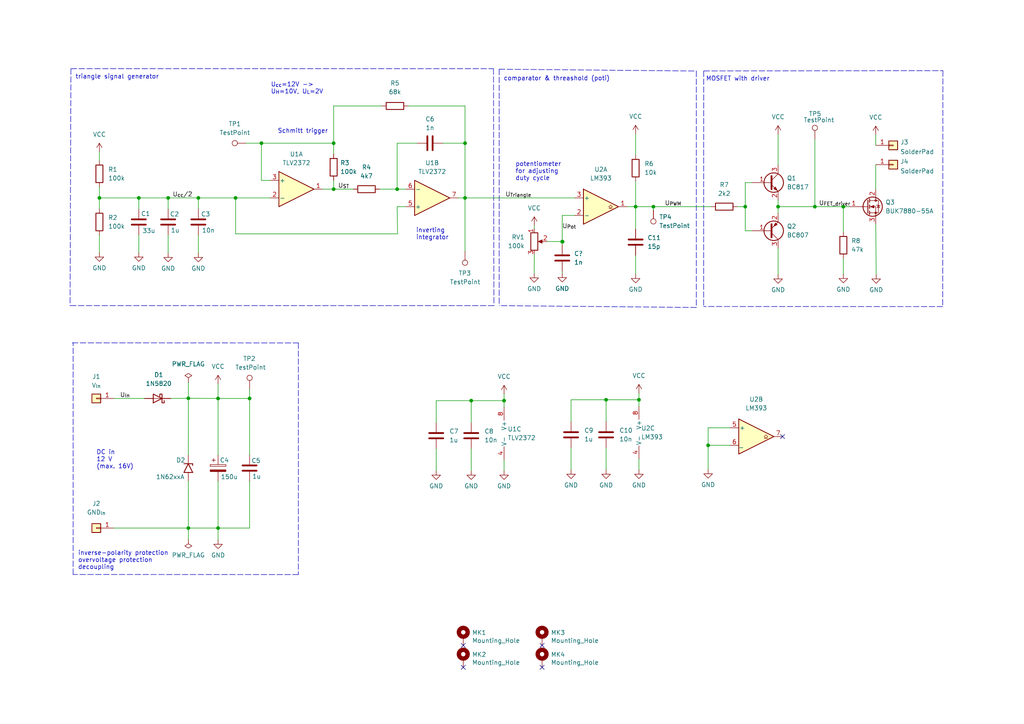
<source format=kicad_sch>
(kicad_sch (version 20211123) (generator eeschema)
  (paper "A4")
  (title_block (title "PWM power output generator") (date "2022-01-15") (rev "1.2") (comment 1 "Frank Kirschbaum") (comment 4 "PWM power output generator"))
  (lib_symbols
    (symbol "Amplifier_Operational:TLV2372" (pin_names (offset 0.127))
      (property "Reference" "U" (at 0 5.08 0))
      (property "Value" "TLV2372" (at 0 -5.08 0))
      (symbol "TLV2372_1_1"
        (polyline (pts (xy -5.08 5.08) (xy 5.08 0) (xy -5.08 -5.08) (xy -5.08 5.08)) (stroke (width 0.254)) (fill (type background)))
        (pin output line (at 7.62 0 180) (length 2.54) (name "~") (number "1"))
        (pin input line (at -7.62 -2.54 0) (length 2.54) (name "-") (number "2"))
        (pin input line (at -7.62 2.54 0) (length 2.54) (name "+") (number "3"))
      )
      (symbol "TLV2372_2_1"
        (polyline (pts (xy -5.08 5.08) (xy 5.08 0) (xy -5.08 -5.08) (xy -5.08 5.08)) (stroke (width 0.254)) (fill (type background)))
        (pin input line (at -7.62 2.54 0) (length 2.54) (name "+") (number "5"))
        (pin input line (at -7.62 -2.54 0) (length 2.54) (name "-") (number "6"))
        (pin output line (at 7.62 0 180) (length 2.54) (name "~") (number "7"))
      )
      (symbol "TLV2372_3_1"
        (pin power_in line (at -2.54 -7.62 90) (length 3.81) (name "V-") (number "4"))
        (pin power_in line (at -2.54 7.62 270) (length 3.81) (name "V+") (number "8"))
      )
    )
    (symbol "Comparator:LM393" (pin_names (offset 0.127))
      (property "Reference" "U" (at 3.81 3.81 0))
      (property "Value" "LM393" (at 6.35 -3.81 0))
      (symbol "LM393_1_1"
        (polyline (pts (xy -5.08 5.08) (xy 5.08 0) (xy -5.08 -5.08) (xy -5.08 5.08)) (stroke (width 0.254)) (fill (type background)))
        (polyline (pts (xy 3.302 -0.508) (xy 2.794 -0.508) (xy 3.302 0) (xy 2.794 0.508) (xy 2.286 0) (xy 2.794 -0.508) (xy 2.286 -0.508)) (stroke (width 0.127)))
        (pin open_collector line (at 7.62 0 180) (length 2.54) (name "~") (number "1"))
        (pin input line (at -7.62 -2.54 0) (length 2.54) (name "-") (number "2"))
        (pin input line (at -7.62 2.54 0) (length 2.54) (name "+") (number "3"))
      )
      (symbol "LM393_2_1"
        (polyline (pts (xy -5.08 5.08) (xy 5.08 0) (xy -5.08 -5.08) (xy -5.08 5.08)) (stroke (width 0.254)) (fill (type background)))
        (polyline (pts (xy 3.302 -0.508) (xy 2.794 -0.508) (xy 3.302 0) (xy 2.794 0.508) (xy 2.286 0) (xy 2.794 -0.508) (xy 2.286 -0.508)) (stroke (width 0.127)))
        (pin input line (at -7.62 2.54 0) (length 2.54) (name "+") (number "5"))
        (pin input line (at -7.62 -2.54 0) (length 2.54) (name "_") (number "6"))
        (pin open_collector line (at 7.62 0 180) (length 2.54) (name "~") (number "7"))
      )
      (symbol "LM393_3_1"
        (pin power_in line (at -2.54 -7.62 90) (length 3.81) (name "V-") (number "4"))
        (pin power_in line (at -2.54 7.62 270) (length 3.81) (name "V+") (number "8"))
      )
    )
    (symbol "Connector:TestPoint" (pin_numbers hide) (pin_names (offset 0.762) hide)
      (property "Reference" "TP" (at 0 6.858 0))
      (property "Value" "TestPoint" (at 0 5.08 0))
      (symbol "TestPoint_0_1"
        (circle (center 0 3.302) (radius 0.762))
      )
      (symbol "TestPoint_1_1"
        (pin passive line (at 0 0 90) (length 2.54) (name "1") (number "1"))
      )
    )
    (symbol "Connector_Generic:Conn_01x01" (pin_names (offset 1.016) hide)
      (property "Reference" "J" (at 0 2.54 0))
      (property "Value" "Conn_01x01" (at 0 -2.54 0))
      (symbol "Conn_01x01_1_1"
        (rectangle (start -1.27 0.127) (end 0 -0.127) (stroke (width 0.1524)))
        (rectangle (start -1.27 1.27) (end 1.27 -1.27) (stroke (width 0.254)) (fill (type background)))
        (pin passive line (at -5.08 0 0) (length 3.81) (name "Pin_1") (number "1"))
      )
    )
    (symbol "Device:C" (pin_numbers hide) (pin_names (offset 0.254))
      (property "Reference" "C" (at 0.635 2.54 0))
      (property "Value" "C" (at 0.635 -2.54 0))
      (symbol "C_0_1"
        (polyline (pts (xy -2.032 -0.762) (xy 2.032 -0.762)) (stroke (width 0.508)))
        (polyline (pts (xy -2.032 0.762) (xy 2.032 0.762)) (stroke (width 0.508)))
      )
      (symbol "C_1_1"
        (pin passive line (at 0 3.81 270) (length 2.794) (name "~") (number "1"))
        (pin passive line (at 0 -3.81 90) (length 2.794) (name "~") (number "2"))
      )
    )
    (symbol "Device:C_Polarized" (pin_numbers hide) (pin_names (offset 0.254))
      (property "Reference" "C" (at 0.635 2.54 0))
      (property "Value" "C_Polarized" (at 0.635 -2.54 0))
      (symbol "C_Polarized_0_1"
        (rectangle (start -2.286 0.508) (end 2.286 1.016))
        (polyline (pts (xy -1.778 2.286) (xy -0.762 2.286)))
        (polyline (pts (xy -1.27 2.794) (xy -1.27 1.778)))
        (rectangle (start 2.286 -0.508) (end -2.286 -1.016) (fill (type outline)))
      )
      (symbol "C_Polarized_1_1"
        (pin passive line (at 0 3.81 270) (length 2.794) (name "~") (number "1"))
        (pin passive line (at 0 -3.81 90) (length 2.794) (name "~") (number "2"))
      )
    )
    (symbol "Device:R" (pin_numbers hide) (pin_names (offset 0))
      (property "Reference" "R" (at 2.032 0 90))
      (property "Value" "R" (at 0 0 90))
      (symbol "R_0_1"
        (rectangle (start -1.016 -2.54) (end 1.016 2.54) (stroke (width 0.254)))
      )
      (symbol "R_1_1"
        (pin passive line (at 0 3.81 270) (length 1.27) (name "~") (number "1"))
        (pin passive line (at 0 -3.81 90) (length 1.27) (name "~") (number "2"))
      )
    )
    (symbol "Device:R_Potentiometer" (pin_names (offset 1.016) hide)
      (property "Reference" "RV" (at -4.445 0 90))
      (property "Value" "R_Potentiometer" (at -2.54 0 90))
      (symbol "R_Potentiometer_0_1"
        (polyline (pts (xy 2.54 0) (xy 1.524 0)))
        (polyline (pts (xy 1.143 0) (xy 2.286 0.508) (xy 2.286 -0.508) (xy 1.143 0)) (fill (type outline)))
        (rectangle (start 1.016 2.54) (end -1.016 -2.54) (stroke (width 0.254)))
      )
      (symbol "R_Potentiometer_1_1"
        (pin passive line (at 0 3.81 270) (length 1.27) (name "1") (number "1"))
        (pin passive line (at 3.81 0 180) (length 1.27) (name "2") (number "2"))
        (pin passive line (at 0 -3.81 90) (length 1.27) (name "3") (number "3"))
      )
    )
    (symbol "Diode:1N5820" (pin_numbers hide) (pin_names (offset 1.016) hide)
      (property "Reference" "D" (at 0 2.54 0))
      (property "Value" "1N5820" (at 0 -2.54 0))
      (symbol "1N5820_0_1"
        (polyline (pts (xy 1.27 0) (xy -1.27 0)))
        (polyline (pts (xy 1.27 1.27) (xy 1.27 -1.27) (xy -1.27 0) (xy 1.27 1.27)) (stroke (width 0.254)))
        (polyline (pts (xy -1.905 0.635) (xy -1.905 1.27) (xy -1.27 1.27) (xy -1.27 -1.27) (xy -0.635 -1.27) (xy -0.635 -0.635)) (stroke (width 0.254)))
      )
      (symbol "1N5820_1_1"
        (pin passive line (at -3.81 0 0) (length 2.54) (name "K") (number "1"))
        (pin passive line (at 3.81 0 180) (length 2.54) (name "A") (number "2"))
      )
    )
    (symbol "Diode:1N62xxA" (pin_numbers hide) (pin_names (offset 1.016) hide)
      (property "Reference" "D" (at 0 2.54 0))
      (property "Value" "1N62xxA" (at 0 -2.54 0))
      (symbol "1N62xxA_0_1"
        (polyline (pts (xy -0.762 1.27) (xy -1.27 1.27) (xy -1.27 -1.27)) (stroke (width 0.254)))
        (polyline (pts (xy 1.27 1.27) (xy 1.27 -1.27) (xy -1.27 0) (xy 1.27 1.27)) (stroke (width 0.254)))
      )
      (symbol "1N62xxA_1_1"
        (pin passive line (at -3.81 0 0) (length 2.54) (name "A1") (number "1"))
        (pin passive line (at 3.81 0 180) (length 2.54) (name "A2") (number "2"))
      )
    )
    (symbol "Hammond_1593K_Enclosure:Mounting_Hole_PAD-Mechanical" (pin_numbers hide) (pin_names (offset 1.016) hide)
      (property "Reference" "MK" (at 0 6.35 0))
      (property "Value" "Mounting_Hole_PAD-Mechanical" (at 0 4.445 0))
      (symbol "Mounting_Hole_PAD-Mechanical_0_1"
        (circle (center 0 1.27) (radius 1.27) (stroke (width 1.27)))
      )
      (symbol "Mounting_Hole_PAD-Mechanical_1_1"
        (pin input line (at 0 -2.54 90) (length 2.54) (name "1") (number "1"))
      )
    )
    (symbol "Transistor_BJT:BC807" (pin_names (offset 0) hide)
      (property "Reference" "Q" (at 5.08 1.905 0))
      (property "Value" "BC807" (at 5.08 0 0))
      (symbol "BC807_0_1"
        (polyline (pts (xy 0.635 0.635) (xy 2.54 2.54)))
        (polyline (pts (xy 0.635 -0.635) (xy 2.54 -2.54) (xy 2.54 -2.54)))
        (polyline (pts (xy 0.635 1.905) (xy 0.635 -1.905) (xy 0.635 -1.905)) (stroke (width 0.508)))
        (polyline (pts (xy 2.286 -1.778) (xy 1.778 -2.286) (xy 1.27 -1.27) (xy 2.286 -1.778) (xy 2.286 -1.778)) (fill (type outline)))
        (circle (center 1.27 0) (radius 2.8194) (stroke (width 0.254)))
      )
      (symbol "BC807_1_1"
        (pin input line (at -5.08 0 0) (length 5.715) (name "B") (number "1"))
        (pin passive line (at 2.54 -5.08 90) (length 2.54) (name "E") (number "2"))
        (pin passive line (at 2.54 5.08 270) (length 2.54) (name "C") (number "3"))
      )
    )
    (symbol "Transistor_BJT:BC817" (pin_names (offset 0) hide)
      (property "Reference" "Q" (at 5.08 1.905 0))
      (property "Value" "BC817" (at 5.08 0 0))
      (symbol "BC817_0_1"
        (polyline (pts (xy 0.635 0.635) (xy 2.54 2.54)))
        (polyline (pts (xy 0.635 -0.635) (xy 2.54 -2.54) (xy 2.54 -2.54)))
        (polyline (pts (xy 0.635 1.905) (xy 0.635 -1.905) (xy 0.635 -1.905)) (stroke (width 0.508)))
        (polyline (pts (xy 1.27 -1.778) (xy 1.778 -1.27) (xy 2.286 -2.286) (xy 1.27 -1.778) (xy 1.27 -1.778)) (fill (type outline)))
        (circle (center 1.27 0) (radius 2.8194) (stroke (width 0.254)))
      )
      (symbol "BC817_1_1"
        (pin input line (at -5.08 0 0) (length 5.715) (name "B") (number "1"))
        (pin passive line (at 2.54 -5.08 90) (length 2.54) (name "E") (number "2"))
        (pin passive line (at 2.54 5.08 270) (length 2.54) (name "C") (number "3"))
      )
    )
    (symbol "Transistor_FET:BUK7880-55A" (pin_names hide)
      (property "Reference" "Q" (at 5.08 1.905 0))
      (property "Value" "BUK7880-55A" (at 5.08 0 0))
      (symbol "BUK7880-55A_0_1"
        (polyline (pts (xy 0.254 0) (xy -2.54 0)))
        (polyline (pts (xy 0.254 1.905) (xy 0.254 -1.905)) (stroke (width 0.254)))
        (polyline (pts (xy 0.762 -1.27) (xy 0.762 -2.286)) (stroke (width 0.254)))
        (polyline (pts (xy 0.762 0.508) (xy 0.762 -0.508)) (stroke (width 0.254)))
        (polyline (pts (xy 0.762 2.286) (xy 0.762 1.27)) (stroke (width 0.254)))
        (polyline (pts (xy 2.54 2.54) (xy 2.54 1.778)))
        (polyline (pts (xy 2.54 -2.54) (xy 2.54 0) (xy 0.762 0)))
        (polyline (pts (xy 0.762 -1.778) (xy 3.302 -1.778) (xy 3.302 1.778) (xy 0.762 1.778)))
        (polyline (pts (xy 1.016 0) (xy 2.032 0.381) (xy 2.032 -0.381) (xy 1.016 0)) (fill (type outline)))
        (polyline (pts (xy 2.794 0.508) (xy 2.921 0.381) (xy 3.683 0.381) (xy 3.81 0.254)))
        (polyline (pts (xy 3.302 0.381) (xy 2.921 -0.254) (xy 3.683 -0.254) (xy 3.302 0.381)))
        (circle (center 1.651 0) (radius 2.794) (stroke (width 0.254)))
        (circle (center 2.54 -1.778) (radius 0.254) (fill (type outline)))
        (circle (center 2.54 1.778) (radius 0.254) (fill (type outline)))
      )
      (symbol "BUK7880-55A_1_1"
        (pin input line (at -5.08 0 0) (length 2.54) (name "G") (number "1"))
        (pin passive line (at 2.54 5.08 270) (length 2.54) (name "D") (number "2"))
        (pin passive line (at 2.54 -5.08 90) (length 2.54) (name "S") (number "3"))
      )
    )
    (symbol "power:GND" (power) (pin_names (offset 0))
      (property "Value" "GND" (at 0 -3.81 0))
      (symbol "GND_0_1"
        (polyline (pts (xy 0 0) (xy 0 -1.27) (xy 1.27 -1.27) (xy 0 -2.54) (xy -1.27 -1.27) (xy 0 -1.27)))
      )
      (symbol "GND_1_1"
        (pin power_in line (at 0 0 270) (length 0) hide (name "GND") (number "1"))
      )
    )
    (symbol "power:PWR_FLAG" (power) (pin_numbers hide) (pin_names (offset 0) hide)
      (property "Value" "PWR_FLAG" (at 0 3.81 0))
      (symbol "PWR_FLAG_0_0"
        (pin power_out line (at 0 0 90) (length 0) (name "pwr") (number "1"))
      )
      (symbol "PWR_FLAG_0_1"
        (polyline (pts (xy 0 0) (xy 0 1.27) (xy -1.016 1.905) (xy 0 2.54) (xy 1.016 1.905) (xy 0 1.27)))
      )
    )
    (symbol "power:VCC" (power) (pin_names (offset 0))
      (property "Value" "VCC" (at 0 3.81 0))
      (symbol "VCC_0_1"
        (polyline (pts (xy -0.762 1.27) (xy 0 2.54)))
        (polyline (pts (xy 0 0) (xy 0 2.54)))
        (polyline (pts (xy 0 2.54) (xy 0.762 1.27)))
      )
      (symbol "VCC_1_1"
        (pin power_in line (at 0 0 90) (length 0) hide (name "VCC") (number "1"))
      )
    )
  )
  (junction (at 63.246 115.57))
  (junction (at 68.326 57.404))
  (junction (at 57.531 57.404))
  (junction (at 96.774 54.864))
  (junction (at 185.3184 115.951))
  (junction (at 40.259 57.404))
  (junction (at 163.0934 70.1294))
  (junction (at 163.1442 70.0786))
  (junction (at 115.189 54.864))
  (junction (at 134.874 41.529))
  (junction (at 244.602 59.944))
  (junction (at 75.819 41.529))
  (junction (at 48.768 57.404))
  (junction (at 216.154 59.944))
  (junction (at 136.6774 116.205))
  (junction (at 184.3532 59.944))
  (junction (at 54.6354 115.5192))
  (junction (at 205.3844 129.159))
  (junction (at 134.874 57.404))
  (junction (at 236.347 59.944))
  (junction (at 28.829 57.404))
  (junction (at 189.5094 59.944))
  (junction (at 54.6354 153.162))
  (junction (at 225.679 59.944))
  (junction (at 175.7934 115.951))
  (junction (at 163.0934 70.0786))
  (junction (at 96.774 41.529))
  (junction (at 72.39 115.57))
  (junction (at 146.2024 116.205))
  (junction (at 63.246 153.162))
  (no_connect (at 226.9744 126.619))
  (no_connect (at 134.366 193.548))
  (no_connect (at 134.366 187.198))
  (no_connect (at 157.226 187.198))
  (no_connect (at 157.226 193.548))
  (wire (pts (xy 225.679 58.039) (xy 225.679 59.944)))
  (wire (pts (xy 118.364 30.734) (xy 134.874 30.734)))
  (wire (pts (xy 154.9654 73.8632) (xy 154.94 79.3242)))
  (polyline (pts (xy 20.574 19.939) (xy 20.32 88.646)))
  (wire (pts (xy 225.679 38.989) (xy 225.679 47.879)))
  (wire (pts (xy 236.347 59.944) (xy 244.602 59.944)))
  (wire (pts (xy 216.154 59.944) (xy 216.154 66.929)))
  (wire (pts (xy 28.829 54.229) (xy 28.829 57.404)))
  (wire (pts (xy 110.109 54.864) (xy 115.189 54.864)))
  (wire (pts (xy 134.874 57.404) (xy 134.874 72.898)))
  (wire (pts (xy 163.0934 70.0786) (xy 163.1442 70.0786)))
  (wire (pts (xy 49.53 115.57) (xy 54.6354 115.5192)))
  (polyline (pts (xy 143.256 88.646) (xy 20.32 88.646)))
  (wire (pts (xy 136.6774 130.175) (xy 136.6774 136.525)))
  (wire (pts (xy 63.246 139.573) (xy 63.246 153.162)))
  (wire (pts (xy 225.679 59.944) (xy 236.347 59.944)))
  (wire (pts (xy 120.904 41.529) (xy 115.189 41.529)))
  (wire (pts (xy 48.768 57.404) (xy 48.768 60.579)))
  (wire (pts (xy 163.068 62.484) (xy 163.068 70.0532)))
  (wire (pts (xy 68.326 57.404) (xy 68.326 67.818)))
  (wire (pts (xy 136.6774 116.205) (xy 126.5174 116.205)))
  (wire (pts (xy 165.6334 129.921) (xy 165.6334 136.271)))
  (wire (pts (xy 185.3184 115.951) (xy 175.7934 115.951)))
  (wire (pts (xy 211.7344 124.079) (xy 205.3844 124.079)))
  (wire (pts (xy 115.189 54.864) (xy 117.729 54.864)))
  (polyline (pts (xy 20.574 19.939) (xy 143.129 19.939)))
  (wire (pts (xy 166.6748 62.484) (xy 163.068 62.484)))
  (wire (pts (xy 96.774 30.734) (xy 96.774 41.529)))
  (wire (pts (xy 184.3532 38.862) (xy 184.3532 44.958)))
  (wire (pts (xy 63.246 115.57) (xy 63.246 131.953)))
  (polyline (pts (xy 204.1398 20.574) (xy 273.4818 20.4978)))
  (wire (pts (xy 115.316 67.818) (xy 68.326 67.818)))
  (wire (pts (xy 146.2024 114.3) (xy 146.2024 116.205)))
  (polyline (pts (xy 201.9554 89.1794) (xy 144.78 88.646)))
  (wire (pts (xy 54.6354 115.5192) (xy 63.246 115.57)))
  (wire (pts (xy 63.246 153.162) (xy 63.246 156.591)))
  (wire (pts (xy 57.531 57.404) (xy 48.768 57.404)))
  (wire (pts (xy 40.259 68.199) (xy 40.259 73.279)))
  (wire (pts (xy 72.39 139.573) (xy 72.39 153.162)))
  (wire (pts (xy 244.602 74.93) (xy 244.602 79.502)))
  (wire (pts (xy 40.259 57.404) (xy 40.259 60.579)))
  (wire (pts (xy 117.729 59.944) (xy 115.189 59.944)))
  (wire (pts (xy 132.969 57.404) (xy 134.874 57.404)))
  (wire (pts (xy 63.246 111.379) (xy 63.246 115.57)))
  (wire (pts (xy 72.39 112.903) (xy 72.39 115.57)))
  (wire (pts (xy 184.3532 59.944) (xy 189.5094 59.944)))
  (polyline (pts (xy 86.5378 166.6494) (xy 21.209 166.624)))
  (wire (pts (xy 63.246 115.57) (xy 72.39 115.57)))
  (polyline (pts (xy 144.78 20.066) (xy 144.78 88.646)))
  (wire (pts (xy 128.524 41.529) (xy 134.874 41.529)))
  (polyline (pts (xy 273.431 88.9254) (xy 204.089 88.9)))
  (wire (pts (xy 254 65.024) (xy 254.127 79.629)))
  (wire (pts (xy 28.829 44.069) (xy 28.829 46.609)))
  (wire (pts (xy 126.5174 130.175) (xy 126.5174 136.525)))
  (wire (pts (xy 54.6354 153.162) (xy 63.246 153.162)))
  (wire (pts (xy 57.531 57.404) (xy 57.531 60.579)))
  (wire (pts (xy 134.874 41.529) (xy 134.874 57.404)))
  (wire (pts (xy 72.39 115.57) (xy 72.39 131.953)))
  (wire (pts (xy 216.154 52.959) (xy 216.154 59.944)))
  (wire (pts (xy 205.3844 129.159) (xy 205.3844 136.144)))
  (wire (pts (xy 184.3532 74.041) (xy 184.3532 79.502)))
  (wire (pts (xy 218.059 52.959) (xy 216.154 52.959)))
  (wire (pts (xy 136.6774 116.205) (xy 136.6774 122.555)))
  (wire (pts (xy 163.068 78.6384) (xy 163.068 79.248)))
  (wire (pts (xy 146.2024 116.205) (xy 146.2024 118.11)))
  (polyline (pts (xy 204.1144 20.574) (xy 204.089 88.9)))
  (wire (pts (xy 225.679 59.944) (xy 225.679 61.849)))
  (polyline (pts (xy 21.209 166.624) (xy 21.209 99.441)))
  (polyline (pts (xy 144.78 20.066) (xy 201.9554 20.5994)))
  (wire (pts (xy 185.3184 133.096) (xy 185.3184 136.271)))
  (wire (pts (xy 33.02 153.162) (xy 54.6354 153.162)))
  (wire (pts (xy 205.3844 124.079) (xy 205.3844 129.159)))
  (wire (pts (xy 33.02 115.57) (xy 41.91 115.57)))
  (wire (pts (xy 96.774 44.704) (xy 96.774 41.529)))
  (wire (pts (xy 115.189 41.529) (xy 115.189 54.864)))
  (polyline (pts (xy 273.4818 20.4978) (xy 273.431 88.9254)))
  (wire (pts (xy 189.5094 59.944) (xy 206.248 59.944)))
  (wire (pts (xy 57.531 68.199) (xy 57.531 73.406)))
  (wire (pts (xy 96.774 52.324) (xy 96.774 54.864)))
  (wire (pts (xy 163.0934 70.1294) (xy 163.0934 70.0786)))
  (wire (pts (xy 154.9654 65.4304) (xy 154.9654 66.2432)))
  (wire (pts (xy 185.3184 115.951) (xy 185.3184 117.856)))
  (polyline (pts (xy 20.955 99.441) (xy 86.5378 99.4664)))
  (wire (pts (xy 216.154 66.929) (xy 218.059 66.929)))
  (wire (pts (xy 158.7754 70.0532) (xy 163.068 70.0532)))
  (wire (pts (xy 75.819 52.324) (xy 78.359 52.324)))
  (wire (pts (xy 78.359 57.404) (xy 68.326 57.404)))
  (wire (pts (xy 28.829 57.404) (xy 28.829 60.579)))
  (wire (pts (xy 189.5094 59.944) (xy 189.5094 60.9092)))
  (wire (pts (xy 68.326 57.404) (xy 57.531 57.404)))
  (wire (pts (xy 48.768 57.404) (xy 40.259 57.404)))
  (wire (pts (xy 225.679 72.009) (xy 225.679 79.629)))
  (wire (pts (xy 40.259 57.404) (xy 28.829 57.404)))
  (wire (pts (xy 236.347 40.386) (xy 236.347 59.944)))
  (wire (pts (xy 71.3994 41.529) (xy 75.819 41.529)))
  (wire (pts (xy 213.868 59.944) (xy 216.154 59.944)))
  (wire (pts (xy 146.2024 133.35) (xy 146.2024 136.525)))
  (wire (pts (xy 184.3532 59.944) (xy 184.3532 66.421)))
  (wire (pts (xy 175.7934 115.951) (xy 175.7934 122.301)))
  (wire (pts (xy 110.744 30.734) (xy 96.774 30.734)))
  (wire (pts (xy 115.189 59.944) (xy 115.316 67.818)))
  (wire (pts (xy 28.829 68.199) (xy 28.829 73.279)))
  (wire (pts (xy 244.602 59.944) (xy 246.38 59.944)))
  (wire (pts (xy 205.3844 129.159) (xy 211.7344 129.159)))
  (wire (pts (xy 54.61 139.573) (xy 54.6354 153.162)))
  (wire (pts (xy 175.7934 115.951) (xy 165.6334 115.951)))
  (wire (pts (xy 48.768 68.199) (xy 48.768 73.406)))
  (wire (pts (xy 244.602 59.944) (xy 244.602 67.31)))
  (wire (pts (xy 165.6334 115.951) (xy 165.6334 122.301)))
  (wire (pts (xy 184.3532 52.578) (xy 184.3532 59.944)))
  (wire (pts (xy 134.874 30.734) (xy 134.874 41.529)))
  (wire (pts (xy 54.6354 153.162) (xy 54.6354 156.4386)))
  (polyline (pts (xy 201.9554 20.5994) (xy 201.9554 89.1794)))
  (wire (pts (xy 181.9148 59.944) (xy 184.3532 59.944)))
  (wire (pts (xy 163.068 71.0184) (xy 163.0934 70.1294)))
  (polyline (pts (xy 86.5378 99.4664) (xy 86.5378 166.6494)))
  (wire (pts (xy 254 47.752) (xy 254 54.864)))
  (polyline (pts (xy 143.129 19.939) (xy 143.256 88.646)))
  (wire (pts (xy 134.874 57.404) (xy 166.6748 57.404)))
  (wire (pts (xy 96.774 41.529) (xy 75.819 41.529)))
  (wire (pts (xy 75.819 41.529) (xy 75.819 52.324)))
  (wire (pts (xy 54.6354 115.5192) (xy 54.61 131.953)))
  (wire (pts (xy 63.246 153.162) (xy 72.39 153.162)))
  (wire (pts (xy 93.599 54.864) (xy 96.774 54.864)))
  (wire (pts (xy 254 39.116) (xy 254 42.164)))
  (wire (pts (xy 126.5174 116.205) (xy 126.5174 122.555)))
  (wire (pts (xy 175.7934 129.921) (xy 175.7934 136.271)))
  (wire (pts (xy 146.2024 116.205) (xy 136.6774 116.205)))
  (polyline (pts (xy 21.209 99.441) (xy 21.336 99.441)))
  (wire (pts (xy 96.774 54.864) (xy 102.489 54.864)))
  (wire (pts (xy 185.3184 114.046) (xy 185.3184 115.951)))
  (wire (pts (xy 54.6354 110.8456) (xy 54.6354 115.5192)))
  (text "Schmitt trigger" (at 80.518 38.862 0) (effects (font (size 1.27 1.27)) (justify left bottom)))
  (text "inverse-polarity protection\novervoltage protection\ndecoupling" (at 22.606 165.354 0) (effects (font (size 1.27 1.27)) (justify left bottom)))
  (text "comparator & threashold (poti)" (at 146.05 23.622 0) (effects (font (size 1.27 1.27)) (justify left bottom)))
  (text "U_{cc}=12V -> \nU_{H}=10V, U_{L}=2V" (at 78.5368 27.432 0) (effects (font (size 1.27 1.27)) (justify left bottom)))
  (text "potentiometer\nfor adjusting\nduty cycle" (at 149.479 52.5526 0) (effects (font (size 1.27 1.27)) (justify left bottom)))
  (text "MOSFET with driver" (at 223.266 23.6982 180) (effects (font (size 1.27 1.27)) (justify right bottom)))
  (text "triangle signal generator" (at 21.844 23.114 0) (effects (font (size 1.27 1.27)) (justify left bottom)))
  (text "DC in\n12 V\n(max. 16V)" (at 27.94 136.144 0) (effects (font (size 1.27 1.27)) (justify left bottom)))
  (text "inverting\nintegrator" (at 120.65 69.723 0) (effects (font (size 1.27 1.27)) (justify left bottom)))
  (label "U_{Triangle}" (at 146.558 57.404 0))
  (label "U_{FET_driver}" (at 237.49 59.944 0))
  (label "U_{Pot}" (at 163.068 66.5988 0))
  (label "U_{PWM}" (at 192.786 59.944 0))
  (label "U_{ST}" (at 98.044 54.864 0))
  (label "U_{cc}{slash}2" (at 50.038 57.404 0))
  (label "U_{In}" (at 34.798 115.57 0))
  (symbol (lib_id "Hammond_1593K_Enclosure:Mounting_Hole_PAD-Mechanical") (at 134.366 184.658 0) (unit 1)
    (property "Reference" "MK1" (at 136.906 183.4896 0) (effects (justify left)))
    (property "Value" "Mounting_Hole" (at 136.906 185.801 0) (effects (justify left)))
    (property "Footprint" "MountingHole:MountingHole_3.2mm_M3" (effects hide))
  )
  (symbol (lib_id "Hammond_1593K_Enclosure:Mounting_Hole_PAD-Mechanical") (at 157.226 184.658 0) (unit 1)
    (property "Reference" "MK3" (at 159.766 183.4896 0) (effects (justify left)))
    (property "Value" "Mounting_Hole" (at 159.766 185.801 0) (effects (justify left)))
    (property "Footprint" "MountingHole:MountingHole_3.2mm_M3_ISO7380" (effects hide))
  )
  (symbol (lib_id "Hammond_1593K_Enclosure:Mounting_Hole_PAD-Mechanical") (at 134.366 191.008 0) (unit 1)
    (property "Reference" "MK2" (at 136.906 189.8396 0) (effects (justify left)))
    (property "Value" "Mounting_Hole" (at 136.906 192.151 0) (effects (justify left)))
    (property "Footprint" "MountingHole:MountingHole_3.2mm_M3_ISO7380" (effects hide))
  )
  (symbol (lib_id "Hammond_1593K_Enclosure:Mounting_Hole_PAD-Mechanical") (at 157.226 191.008 0) (unit 1)
    (property "Reference" "MK4" (at 159.766 189.8396 0) (effects (justify left)))
    (property "Value" "Mounting_Hole" (at 159.766 192.151 0) (effects (justify left)))
    (property "Footprint" "MountingHole:MountingHole_3.2mm_M3_ISO7380" (effects hide))
  )
  (symbol (lib_id "power:GND") (at 146.2024 136.525 0) (unit 1)
    (property "Reference" "#PWR011" (effects hide))
    (property "Value" "GND" (at 146.2024 140.97 0))
  )
  (symbol (lib_id "power:GND") (at 205.3844 136.144 0) (unit 1)
    (property "Reference" "#PWR020" (effects hide))
    (property "Value" "GND" (at 205.3844 140.589 0))
  )
  (symbol (lib_id "Device:R") (at 28.829 64.389 0) (unit 1)
    (property "Reference" "R2" (at 31.369 63.1189 0) (effects (justify left)))
    (property "Value" "100k" (at 31.369 65.6589 0) (effects (justify left)))
    (property "Footprint" "Resistor_SMD:R_1206_3216Metric_Pad1.30x1.75mm_HandSolder" (effects hide))
  )
  (symbol (lib_id "Transistor_BJT:BC817") (at 223.139 52.959 0) (unit 1)
    (property "Reference" "Q1" (at 228.219 51.6889 0) (effects (justify left)))
    (property "Value" "BC817" (at 228.219 54.2289 0) (effects (justify left)))
    (property "Footprint" "Package_TO_SOT_SMD:SOT-23" (effects hide))
    (property "Datasheet" "https://www.onsemi.com/pub/Collateral/BC818-D.pdf" (effects hide))
  )
  (symbol (lib_id "power:PWR_FLAG") (at 54.6354 156.4386 180) (unit 1)
    (property "Reference" "#FLG02" (effects hide))
    (property "Value" "PWR_FLAG" (at 54.6354 161.0106 0))
  )
  (symbol (lib_id "Comparator:LM393") (at 174.2948 59.944 0) (unit 1)
    (property "Reference" "U2" (at 174.2948 49.149 0))
    (property "Value" "LM393" (at 174.2948 51.689 0))
    (property "Footprint" "Package_SO:SOIC-8_3.9x4.9mm_P1.27mm" (effects hide))
    (property "Datasheet" "http://www.ti.com/lit/ds/symlink/lm393.pdf" (effects hide))
  )
  (symbol (lib_id "power:VCC") (at 146.2024 114.3 0) (unit 1)
    (property "Reference" "#PWR010" (effects hide))
    (property "Value" "VCC" (at 146.2024 109.22 0))
  )
  (symbol (lib_id "power:GND") (at 57.531 73.406 0) (unit 1)
    (property "Reference" "#PWR05" (effects hide))
    (property "Value" "GND" (at 57.531 77.851 0))
  )
  (symbol (lib_id "Device:R") (at 106.299 54.864 90) (unit 1)
    (property "Reference" "R4" (at 106.299 48.514 90))
    (property "Value" "4k7" (at 106.299 51.054 90))
    (property "Footprint" "Resistor_SMD:R_1206_3216Metric_Pad1.30x1.75mm_HandSolder" (effects hide))
  )
  (symbol (lib_id "power:GND") (at 163.068 79.248 0) (unit 1)
    (property "Reference" "#PWR?" (effects hide))
    (property "Value" "GND" (at 163.068 83.693 0))
  )
  (symbol (lib_id "Device:R") (at 96.774 48.514 0) (unit 1)
    (property "Reference" "R3" (at 98.679 47.2439 0) (effects (justify left)))
    (property "Value" "100k" (at 98.679 49.7839 0) (effects (justify left)))
    (property "Footprint" "Resistor_SMD:R_1206_3216Metric_Pad1.30x1.75mm_HandSolder" (effects hide))
  )
  (symbol (lib_id "Device:C") (at 40.259 64.389 0) (unit 1)
    (property "Reference" "C1" (at 40.894 61.976 0) (effects (justify left)))
    (property "Value" "33u" (at 41.275 66.929 0) (effects (justify left)))
    (property "Footprint" "Capacitor_SMD:C_1206_3216Metric_Pad1.33x1.80mm_HandSolder" (effects hide))
  )
  (symbol (lib_id "Device:R") (at 28.829 50.419 0) (unit 1)
    (property "Reference" "R1" (at 31.369 49.1489 0) (effects (justify left)))
    (property "Value" "100k" (at 31.369 51.6889 0) (effects (justify left)))
    (property "Footprint" "Resistor_SMD:R_1206_3216Metric_Pad1.30x1.75mm_HandSolder" (effects hide))
  )
  (symbol (lib_id "power:GND") (at 165.6334 136.271 0) (unit 1)
    (property "Reference" "#PWR014" (effects hide))
    (property "Value" "GND" (at 165.6334 140.716 0))
  )
  (symbol (lib_id "power:GND") (at 40.259 73.279 0) (unit 1)
    (property "Reference" "#PWR03" (effects hide))
    (property "Value" "GND" (at 40.259 77.724 0))
  )
  (symbol (lib_id "power:GND") (at 136.6774 136.525 0) (unit 1)
    (property "Reference" "#PWR09" (effects hide))
    (property "Value" "GND" (at 136.6774 140.97 0))
  )
  (symbol (lib_id "power:GND") (at 244.602 79.502 0) (unit 1)
    (property "Reference" "#PWR023" (effects hide))
    (property "Value" "GND" (at 244.602 83.947 0))
  )
  (symbol (lib_id "power:GND") (at 254.127 79.629 0) (unit 1)
    (property "Reference" "#PWR025" (effects hide))
    (property "Value" "GND" (at 254.127 84.074 0))
  )
  (symbol (lib_id "power:VCC") (at 63.246 111.379 0) (unit 1)
    (property "Reference" "#PWR06" (effects hide))
    (property "Value" "VCC" (at 63.246 106.299 0))
  )
  (symbol (lib_id "Device:C") (at 175.7934 126.111 0) (unit 1)
    (property "Reference" "C10" (at 179.6034 124.8409 0) (effects (justify left)))
    (property "Value" "10n" (at 179.6034 127.3809 0) (effects (justify left)))
    (property "Footprint" "Capacitor_SMD:C_1206_3216Metric_Pad1.33x1.80mm_HandSolder" (effects hide))
  )
  (symbol (lib_id "Connector_Generic:Conn_01x01") (at 259.08 42.164 0) (unit 1)
    (property "Reference" "J3" (at 261.112 41.2555 0) (effects (justify left)))
    (property "Value" "SolderPad" (at 261.112 44.0306 0) (effects (justify left)))
    (property "Footprint" "Connector_Wire:SolderWirePad_1x01_SMD_5x10mm" (effects hide))
  )
  (symbol (lib_id "power:VCC") (at 254 39.116 0) (unit 1)
    (property "Reference" "#PWR024" (effects hide))
    (property "Value" "VCC" (at 254 34.036 0))
  )
  (symbol (lib_id "Connector:TestPoint") (at 189.5094 60.9092 180) (unit 1)
    (property "Reference" "TP4" (at 191.1858 62.9411 0) (effects (justify right)))
    (property "Value" "TestPoint" (at 191.1858 65.4811 0) (effects (justify right)))
    (property "Footprint" "TestPoint:TestPoint_Pad_1.5x1.5mm" (effects hide))
  )
  (symbol (lib_id "Device:C") (at 184.3532 70.231 0) (unit 1)
    (property "Reference" "C11" (at 187.7822 68.9609 0) (effects (justify left)))
    (property "Value" "15p" (at 187.7822 71.5009 0) (effects (justify left)))
    (property "Footprint" "Capacitor_SMD:C_1206_3216Metric_Pad1.33x1.80mm_HandSolder" (effects hide))
  )
  (symbol (lib_id "power:VCC") (at 225.679 38.989 0) (unit 1)
    (property "Reference" "#PWR021" (effects hide))
    (property "Value" "VCC" (at 225.679 33.909 0))
  )
  (symbol (lib_id "Device:C") (at 165.6334 126.111 0) (unit 1)
    (property "Reference" "C9" (at 169.4434 124.8409 0) (effects (justify left)))
    (property "Value" "1u" (at 169.4434 127.3809 0) (effects (justify left)))
    (property "Footprint" "Capacitor_SMD:C_1206_3216Metric_Pad1.33x1.80mm_HandSolder" (effects hide))
  )
  (symbol (lib_id "power:GND") (at 225.679 79.629 0) (unit 1)
    (property "Reference" "#PWR022" (effects hide))
    (property "Value" "GND" (at 225.679 84.074 0))
  )
  (symbol (lib_id "Device:C") (at 48.768 64.389 0) (unit 1)
    (property "Reference" "C2" (at 49.276 62.103 0) (effects (justify left)))
    (property "Value" "1u" (at 49.53 66.802 0) (effects (justify left)))
    (property "Footprint" "Capacitor_SMD:C_1206_3216Metric_Pad1.33x1.80mm_HandSolder" (effects hide))
  )
  (symbol (lib_id "Device:C") (at 136.6774 126.365 0) (unit 1)
    (property "Reference" "C8" (at 140.4874 125.0949 0) (effects (justify left)))
    (property "Value" "10n" (at 140.4874 127.6349 0) (effects (justify left)))
    (property "Footprint" "Capacitor_SMD:C_1206_3216Metric_Pad1.33x1.80mm_HandSolder" (effects hide))
  )
  (symbol (lib_id "Diode:1N5820") (at 45.72 115.57 180) (unit 1)
    (property "Reference" "D1" (at 46.0375 108.712 0))
    (property "Value" "1N5820" (at 46.0375 111.252 0))
    (property "Footprint" "Diode_THT:D_DO-201AD_P15.24mm_Horizontal" (effects hide))
    (property "Datasheet" "http://www.vishay.com/docs/88526/1n5820.pdf" (effects hide))
  )
  (symbol (lib_id "Device:R_Potentiometer") (at 154.9654 70.0532 0) (unit 1)
    (property "Reference" "RV1" (at 152.1714 68.7831 0) (effects (justify right)))
    (property "Value" "100k" (at 152.1714 71.3231 0) (effects (justify right)))
    (property "Footprint" "Connector_PinHeader_2.54mm:PinHeader_1x03_P2.54mm_Vertical_SMD_Pin1Left" (effects hide))
  )
  (symbol (lib_id "Device:R") (at 210.058 59.944 90) (unit 1)
    (property "Reference" "R7" (at 210.058 53.594 90))
    (property "Value" "2k2" (at 210.058 56.134 90))
    (property "Footprint" "Resistor_SMD:R_1206_3216Metric_Pad1.30x1.75mm_HandSolder" (effects hide))
  )
  (symbol (lib_id "Device:C_Polarized") (at 63.246 135.763 0) (unit 1)
    (property "Reference" "C4" (at 63.754 133.477 0) (effects (justify left)))
    (property "Value" "150u" (at 64.008 138.303 0) (effects (justify left)))
    (property "Footprint" "Capacitor_THT:CP_Radial_D6.3mm_P2.50mm" (effects hide))
  )
  (symbol (lib_id "power:VCC") (at 184.3532 38.862 0) (unit 1)
    (property "Reference" "#PWR016" (effects hide))
    (property "Value" "VCC" (at 184.3532 33.782 0))
  )
  (symbol (lib_id "Connector:TestPoint") (at 236.347 40.386 0) (unit 1)
    (property "Reference" "TP5" (at 234.569 33.02 0) (effects (justify left)))
    (property "Value" "TestPoint" (at 233.045 34.798 0) (effects (justify left)))
    (property "Footprint" "TestPoint:TestPoint_Pad_1.5x1.5mm" (effects hide))
  )
  (symbol (lib_id "Device:C") (at 163.068 74.8284 0) (unit 1)
    (property "Reference" "C?" (at 166.497 73.5583 0) (effects (justify left)))
    (property "Value" "1n" (at 166.497 76.0983 0) (effects (justify left)))
    (property "Footprint" "Capacitor_SMD:C_1206_3216Metric_Pad1.33x1.80mm_HandSolder" (effects hide))
  )
  (symbol (lib_id "Amplifier_Operational:TLV2372") (at 125.349 57.404 0) (mirror x) (unit 2)
    (property "Reference" "U1" (at 125.349 47.244 0))
    (property "Value" "TLV2372" (at 125.349 49.784 0))
    (property "Footprint" "Package_SO:SOIC-8_3.9x4.9mm_P1.27mm" (effects hide))
    (property "Datasheet" "http://www.ti.com/lit/ds/symlink/tlv2375.pdf" (effects hide))
  )
  (symbol (lib_id "Connector_Generic:Conn_01x01") (at 27.94 153.162 180) (unit 1)
    (property "Reference" "J2" (at 27.94 146.05 0))
    (property "Value" "GND_{In}" (at 27.94 148.59 0))
    (property "Footprint" "Connector_Wire:SolderWirePad_1x01_SMD_5x10mm" (effects hide))
  )
  (symbol (lib_id "Comparator:LM393") (at 219.3544 126.619 0) (unit 2)
    (property "Reference" "U2" (at 219.3544 115.824 0))
    (property "Value" "LM393" (at 219.3544 118.364 0))
    (property "Footprint" "Package_SO:SOIC-8_3.9x4.9mm_P1.27mm" (effects hide))
    (property "Datasheet" "http://www.ti.com/lit/ds/symlink/lm393.pdf" (effects hide))
  )
  (symbol (lib_id "Device:C") (at 126.5174 126.365 0) (unit 1)
    (property "Reference" "C7" (at 130.3274 125.0949 0) (effects (justify left)))
    (property "Value" "1u" (at 130.3274 127.6349 0) (effects (justify left)))
    (property "Footprint" "Capacitor_SMD:C_1206_3216Metric_Pad1.33x1.80mm_HandSolder" (effects hide))
  )
  (symbol (lib_id "power:GND") (at 63.246 156.591 0) (unit 1)
    (property "Reference" "#PWR07" (effects hide))
    (property "Value" "GND" (at 63.246 161.036 0))
  )
  (symbol (lib_id "power:VCC") (at 154.9654 65.4304 0) (unit 1)
    (property "Reference" "#PWR012" (effects hide))
    (property "Value" "VCC" (at 154.9654 60.3504 0))
  )
  (symbol (lib_id "power:VCC") (at 28.829 44.069 0) (unit 1)
    (property "Reference" "#PWR01" (effects hide))
    (property "Value" "VCC" (at 28.829 38.989 0))
  )
  (symbol (lib_id "Device:C") (at 72.39 135.763 0) (unit 1)
    (property "Reference" "C5" (at 72.898 133.604 0) (effects (justify left)))
    (property "Value" "1u" (at 73.152 138.176 0) (effects (justify left)))
    (property "Footprint" "Capacitor_SMD:C_1206_3216Metric_Pad1.33x1.80mm_HandSolder" (effects hide))
  )
  (symbol (lib_id "Device:R") (at 114.554 30.734 90) (unit 1)
    (property "Reference" "R5" (at 114.554 24.13 90))
    (property "Value" "68k" (at 114.554 26.67 90))
    (property "Footprint" "Resistor_SMD:R_1206_3216Metric_Pad1.30x1.75mm_HandSolder" (effects hide))
  )
  (symbol (lib_id "Transistor_BJT:BC807") (at 223.139 66.929 0) (mirror x) (unit 1)
    (property "Reference" "Q2" (at 228.219 65.6589 0) (effects (justify left)))
    (property "Value" "BC807" (at 228.219 68.1989 0) (effects (justify left)))
    (property "Footprint" "Package_TO_SOT_SMD:SOT-23" (effects hide))
    (property "Datasheet" "https://www.onsemi.com/pub/Collateral/BC808-D.pdf" (effects hide))
  )
  (symbol (lib_id "power:GND") (at 184.3532 79.502 0) (unit 1)
    (property "Reference" "#PWR017" (effects hide))
    (property "Value" "GND" (at 184.3532 83.947 0))
  )
  (symbol (lib_id "power:PWR_FLAG") (at 54.6354 110.8456 0) (unit 1)
    (property "Reference" "#FLG01" (effects hide))
    (property "Value" "PWR_FLAG" (at 54.6354 105.5878 0))
  )
  (symbol (lib_id "Amplifier_Operational:TLV2372") (at 85.979 54.864 0) (unit 1)
    (property "Reference" "U1" (at 85.979 44.704 0))
    (property "Value" "TLV2372" (at 85.979 47.244 0))
    (property "Footprint" "Package_SO:SOIC-8_3.9x4.9mm_P1.27mm" (effects hide))
    (property "Datasheet" "http://www.ti.com/lit/ds/symlink/tlv2375.pdf" (effects hide))
  )
  (symbol (lib_id "Connector:TestPoint") (at 134.874 72.898 180) (unit 1)
    (property "Reference" "TP3" (at 132.969 79.248 0) (effects (justify right)))
    (property "Value" "TestPoint" (at 130.429 81.788 0) (effects (justify right)))
    (property "Footprint" "TestPoint:TestPoint_Pad_1.5x1.5mm" (effects hide))
  )
  (symbol (lib_id "Transistor_FET:BUK7880-55A") (at 251.46 59.944 0) (unit 1)
    (property "Reference" "Q3" (at 256.794 58.6739 0) (effects (justify left)))
    (property "Value" "BUK7880-55A" (at 256.794 61.2139 0) (effects (justify left)))
    (property "Footprint" "Package_TO_SOT_SMD:SOT-223-3_TabPin2" (effects hide))
    (property "Datasheet" "https://assets.nexperia.com/documents/data-sheet/BUK7880-55A.pdf" (effects hide))
  )
  (symbol (lib_id "power:GND") (at 185.3184 136.271 0) (unit 1)
    (property "Reference" "#PWR019" (effects hide))
    (property "Value" "GND" (at 185.3184 140.716 0))
  )
  (symbol (lib_id "Device:R") (at 184.3532 48.768 0) (unit 1)
    (property "Reference" "R6" (at 186.8932 47.4979 0) (effects (justify left)))
    (property "Value" "10k" (at 186.8932 50.0379 0) (effects (justify left)))
    (property "Footprint" "Resistor_SMD:R_1206_3216Metric_Pad1.30x1.75mm_HandSolder" (effects hide))
  )
  (symbol (lib_id "power:GND") (at 154.94 79.3242 0) (unit 1)
    (property "Reference" "#PWR013" (effects hide))
    (property "Value" "GND" (at 154.94 83.7692 0))
  )
  (symbol (lib_id "Device:R") (at 244.602 71.12 0) (unit 1)
    (property "Reference" "R8" (at 246.888 69.8499 0) (effects (justify left)))
    (property "Value" "47k" (at 246.888 72.3899 0) (effects (justify left)))
    (property "Footprint" "Resistor_SMD:R_1206_3216Metric_Pad1.30x1.75mm_HandSolder" (effects hide))
  )
  (symbol (lib_id "power:VCC") (at 185.3184 114.046 0) (unit 1)
    (property "Reference" "#PWR018" (effects hide))
    (property "Value" "VCC" (at 185.3184 108.966 0))
  )
  (symbol (lib_id "power:GND") (at 126.5174 136.525 0) (unit 1)
    (property "Reference" "#PWR08" (effects hide))
    (property "Value" "GND" (at 126.5174 140.97 0))
  )
  (symbol (lib_id "Comparator:LM393") (at 187.8584 125.476 0) (unit 3)
    (property "Reference" "U2" (at 185.9534 124.2059 0) (effects (justify left)))
    (property "Value" "LM393" (at 185.9534 126.7459 0) (effects (justify left)))
    (property "Footprint" "Package_SO:SOIC-8_3.9x4.9mm_P1.27mm" (effects hide))
    (property "Datasheet" "http://www.ti.com/lit/ds/symlink/lm393.pdf" (effects hide))
  )
  (symbol (lib_id "power:GND") (at 175.7934 136.271 0) (unit 1)
    (property "Reference" "#PWR015" (effects hide))
    (property "Value" "GND" (at 175.7934 140.716 0))
  )
  (symbol (lib_id "Connector:TestPoint") (at 72.39 112.903 0) (unit 1)
    (property "Reference" "TP2" (at 70.485 104.013 0) (effects (justify left)))
    (property "Value" "TestPoint" (at 68.199 106.553 0) (effects (justify left)))
    (property "Footprint" "TestPoint:TestPoint_Pad_1.5x1.5mm" (effects hide))
  )
  (symbol (lib_id "Connector_Generic:Conn_01x01") (at 27.94 115.57 180) (unit 1)
    (property "Reference" "J1" (at 27.94 109.22 0))
    (property "Value" "V_{In}" (at 27.94 111.76 0))
    (property "Footprint" "Connector_Wire:SolderWirePad_1x01_SMD_5x10mm" (effects hide))
  )
  (symbol (lib_id "Amplifier_Operational:TLV2372") (at 148.7424 125.73 0) (unit 3)
    (property "Reference" "U1" (at 147.2184 124.4599 0) (effects (justify left)))
    (property "Value" "TLV2372" (at 147.2184 126.9999 0) (effects (justify left)))
    (property "Footprint" "Package_SO:SOIC-8_3.9x4.9mm_P1.27mm" (effects hide))
    (property "Datasheet" "http://www.ti.com/lit/ds/symlink/tlv2375.pdf" (effects hide))
  )
  (symbol (lib_id "Diode:1N62xxA") (at 54.61 135.763 270) (unit 1)
    (property "Reference" "D2" (at 51.054 133.477 90) (effects (justify left)))
    (property "Value" "1N62xxA" (at 45.212 138.303 90) (effects (justify left)))
    (property "Footprint" "Diode_THT:D_DO-201AE_P15.24mm_Horizontal" (effects hide))
    (property "Datasheet" "https://www.vishay.com/docs/88301/15ke.pdf" (effects hide))
  )
  (symbol (lib_id "Connector:TestPoint") (at 71.3994 41.529 90) (unit 1)
    (property "Reference" "TP1" (at 68.0974 35.941 90))
    (property "Value" "TestPoint" (at 68.0974 38.481 90))
    (property "Footprint" "TestPoint:TestPoint_Pad_1.5x1.5mm" (effects hide))
  )
  (symbol (lib_id "Connector_Generic:Conn_01x01") (at 259.08 47.752 0) (unit 1)
    (property "Reference" "J4" (at 261.112 46.8435 0) (effects (justify left)))
    (property "Value" "SolderPad" (at 261.112 49.6186 0) (effects (justify left)))
    (property "Footprint" "Connector_Wire:SolderWirePad_1x01_SMD_5x10mm" (effects hide))
  )
  (symbol (lib_id "power:GND") (at 48.768 73.406 0) (unit 1)
    (property "Reference" "#PWR04" (effects hide))
    (property "Value" "GND" (at 48.768 77.851 0))
  )
  (symbol (lib_id "Device:C") (at 124.714 41.529 90) (unit 1)
    (property "Reference" "C6" (at 124.714 34.544 90))
    (property "Value" "1n" (at 124.714 37.084 90))
    (property "Footprint" "Capacitor_SMD:C_1206_3216Metric_Pad1.33x1.80mm_HandSolder" (effects hide))
  )
  (symbol (lib_id "power:GND") (at 28.829 73.279 0) (unit 1)
    (property "Reference" "#PWR02" (effects hide))
    (property "Value" "GND" (at 28.829 77.724 0))
  )
  (symbol (lib_id "Device:C") (at 57.531 64.389 0) (unit 1)
    (property "Reference" "C3" (at 58.293 62.103 0) (effects (justify left)))
    (property "Value" "10n" (at 58.547 66.802 0) (effects (justify left)))
    (property "Footprint" "Capacitor_SMD:C_1206_3216Metric_Pad1.33x1.80mm_HandSolder" (effects hide))
  )
)
</source>
